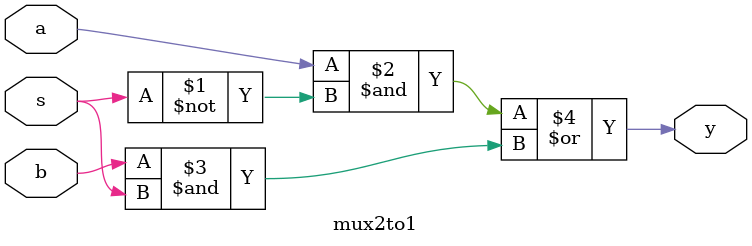
<source format=sv>
module top_module (
  input wire c,
  input wire d,
  output wire [3:0] mux_in
);

  wire [1:0] a;
  wire [1:0] b;
  wire [3:0] y_wire;

  and #(2) U1(ab_00, ~c, ~d); // ab = 00
  and #(2) U2(ab_01, c, ~d);  // ab = 01
  and #(2) U3(ab_11, c, d);   // ab = 11
  and #(2) U4(ab_10, c, ~d);  // ab = 10

  mux4to1 U5(
    .a(a),
    .b(b),
    .s({ab_00, ab_01, ab_11, ab_10}),
    .y(y_wire)
  );
    
endmodule
module mux4to1 (
  input wire [1:0] a,
  input wire [1:0] b,
  input wire [3:0] s,
  output wire [3:0] y
);

  wire [3:0] y_wire;

  assign y = y_wire;

  mux2to1 U1(
    .a(a[0]),
    .b(b[0]),
    .s(s[0]),
    .y(y_wire[0])
  );

  mux2to1 U2(
    .a(a[1]),
    .b(b[1]),
    .s(s[1]),
    .y(y_wire[1])
  );

  mux2to1 U3(
    .a(a[2]),
    .b(b[2]),
    .s(s[2]),
    .y(y_wire[2])
  );

  mux2to1 U4(
    .a(a[3]),
    .b(b[3]),
    .s(s[3]),
    .y(y_wire[3])
  );
    
endmodule
module mux2to1 (
  input wire a,
  input wire b,
  input wire s,
  output wire y
);

  assign y = a & ~s | b & s;
    
endmodule

</source>
